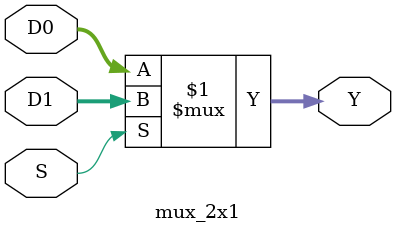
<source format=v>

module mux_2x1 #(parameter width =32)
(
input wire [width-1:0]  D0, D1, 
input wire S,
output wire [width-1:0] Y
);
assign Y = (S) ? D1:D0 ;
endmodule
</source>
